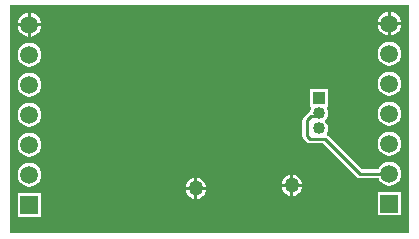
<source format=gbl>
G04*
G04 #@! TF.GenerationSoftware,Altium Limited,Altium Designer,18.0.12 (696)*
G04*
G04 Layer_Physical_Order=2*
G04 Layer_Color=16711680*
%FSLAX25Y25*%
%MOIN*%
G70*
G01*
G75*
%ADD10C,0.01000*%
%ADD32C,0.05906*%
%ADD33R,0.05906X0.05906*%
%ADD34R,0.04000X0.04000*%
%ADD35C,0.04000*%
%ADD36C,0.05000*%
G36*
X257000Y106000D02*
X124000Y106000D01*
Y182000D01*
X257000Y182000D01*
Y106000D01*
D02*
G37*
%LPC*%
G36*
X251000Y179815D02*
Y176394D01*
X254421D01*
X254351Y176926D01*
X253953Y177887D01*
X253319Y178713D01*
X252493Y179346D01*
X251532Y179745D01*
X251000Y179815D01*
D02*
G37*
G36*
X250000D02*
X249468Y179745D01*
X248507Y179346D01*
X247681Y178713D01*
X247047Y177887D01*
X246649Y176926D01*
X246579Y176394D01*
X250000D01*
Y179815D01*
D02*
G37*
G36*
X131000Y179421D02*
Y176000D01*
X134421D01*
X134351Y176532D01*
X133953Y177493D01*
X133319Y178319D01*
X132493Y178953D01*
X131532Y179351D01*
X131000Y179421D01*
D02*
G37*
G36*
X130000D02*
X129468Y179351D01*
X128507Y178953D01*
X127681Y178319D01*
X127047Y177493D01*
X126649Y176532D01*
X126579Y176000D01*
X130000D01*
Y179421D01*
D02*
G37*
G36*
X254421Y175394D02*
X251000D01*
Y171973D01*
X251532Y172043D01*
X252493Y172441D01*
X253319Y173075D01*
X253953Y173900D01*
X254351Y174862D01*
X254421Y175394D01*
D02*
G37*
G36*
X250000D02*
X246579D01*
X246649Y174862D01*
X247047Y173900D01*
X247681Y173075D01*
X248507Y172441D01*
X249468Y172043D01*
X250000Y171973D01*
Y175394D01*
D02*
G37*
G36*
X134421Y175000D02*
X131000D01*
Y171579D01*
X131532Y171649D01*
X132493Y172047D01*
X133319Y172681D01*
X133953Y173507D01*
X134351Y174468D01*
X134421Y175000D01*
D02*
G37*
G36*
X130000D02*
X126579D01*
X126649Y174468D01*
X127047Y173507D01*
X127681Y172681D01*
X128507Y172047D01*
X129468Y171649D01*
X130000Y171579D01*
Y175000D01*
D02*
G37*
G36*
X250500Y169881D02*
X249468Y169745D01*
X248507Y169346D01*
X247681Y168713D01*
X247047Y167887D01*
X246649Y166926D01*
X246513Y165894D01*
X246649Y164862D01*
X247047Y163900D01*
X247681Y163075D01*
X248507Y162441D01*
X249468Y162043D01*
X250500Y161907D01*
X251532Y162043D01*
X252493Y162441D01*
X253319Y163075D01*
X253953Y163900D01*
X254351Y164862D01*
X254487Y165894D01*
X254351Y166926D01*
X253953Y167887D01*
X253319Y168713D01*
X252493Y169346D01*
X251532Y169745D01*
X250500Y169881D01*
D02*
G37*
G36*
X130500Y169487D02*
X129468Y169351D01*
X128507Y168953D01*
X127681Y168319D01*
X127047Y167493D01*
X126649Y166532D01*
X126513Y165500D01*
X126649Y164468D01*
X127047Y163507D01*
X127681Y162681D01*
X128507Y162047D01*
X129468Y161649D01*
X130500Y161513D01*
X131532Y161649D01*
X132493Y162047D01*
X133319Y162681D01*
X133953Y163507D01*
X134351Y164468D01*
X134487Y165500D01*
X134351Y166532D01*
X133953Y167493D01*
X133319Y168319D01*
X132493Y168953D01*
X131532Y169351D01*
X130500Y169487D01*
D02*
G37*
G36*
X250500Y159881D02*
X249468Y159745D01*
X248507Y159346D01*
X247681Y158713D01*
X247047Y157887D01*
X246649Y156926D01*
X246513Y155894D01*
X246649Y154862D01*
X247047Y153900D01*
X247681Y153075D01*
X248507Y152441D01*
X249468Y152043D01*
X250500Y151907D01*
X251532Y152043D01*
X252493Y152441D01*
X253319Y153075D01*
X253953Y153900D01*
X254351Y154862D01*
X254487Y155894D01*
X254351Y156926D01*
X253953Y157887D01*
X253319Y158713D01*
X252493Y159346D01*
X251532Y159745D01*
X250500Y159881D01*
D02*
G37*
G36*
X130500Y159487D02*
X129468Y159351D01*
X128507Y158953D01*
X127681Y158319D01*
X127047Y157493D01*
X126649Y156532D01*
X126513Y155500D01*
X126649Y154468D01*
X127047Y153507D01*
X127681Y152681D01*
X128507Y152047D01*
X129468Y151649D01*
X130500Y151513D01*
X131532Y151649D01*
X132493Y152047D01*
X133319Y152681D01*
X133953Y153507D01*
X134351Y154468D01*
X134487Y155500D01*
X134351Y156532D01*
X133953Y157493D01*
X133319Y158319D01*
X132493Y158953D01*
X131532Y159351D01*
X130500Y159487D01*
D02*
G37*
G36*
X250500Y149881D02*
X249468Y149745D01*
X248507Y149346D01*
X247681Y148713D01*
X247047Y147887D01*
X246649Y146926D01*
X246513Y145894D01*
X246649Y144862D01*
X247047Y143900D01*
X247681Y143075D01*
X248507Y142441D01*
X249468Y142043D01*
X250500Y141907D01*
X251532Y142043D01*
X252493Y142441D01*
X253319Y143075D01*
X253953Y143900D01*
X254351Y144862D01*
X254487Y145894D01*
X254351Y146926D01*
X253953Y147887D01*
X253319Y148713D01*
X252493Y149346D01*
X251532Y149745D01*
X250500Y149881D01*
D02*
G37*
G36*
X130500Y149487D02*
X129468Y149351D01*
X128507Y148953D01*
X127681Y148319D01*
X127047Y147493D01*
X126649Y146532D01*
X126513Y145500D01*
X126649Y144468D01*
X127047Y143507D01*
X127681Y142681D01*
X128507Y142047D01*
X129468Y141649D01*
X130500Y141513D01*
X131532Y141649D01*
X132493Y142047D01*
X133319Y142681D01*
X133953Y143507D01*
X134351Y144468D01*
X134487Y145500D01*
X134351Y146532D01*
X133953Y147493D01*
X133319Y148319D01*
X132493Y148953D01*
X131532Y149351D01*
X130500Y149487D01*
D02*
G37*
G36*
X250500Y139881D02*
X249468Y139745D01*
X248507Y139346D01*
X247681Y138713D01*
X247047Y137887D01*
X246649Y136926D01*
X246513Y135894D01*
X246649Y134862D01*
X247047Y133900D01*
X247681Y133075D01*
X248507Y132441D01*
X249468Y132043D01*
X250500Y131907D01*
X251532Y132043D01*
X252493Y132441D01*
X253319Y133075D01*
X253953Y133900D01*
X254351Y134862D01*
X254487Y135894D01*
X254351Y136926D01*
X253953Y137887D01*
X253319Y138713D01*
X252493Y139346D01*
X251532Y139745D01*
X250500Y139881D01*
D02*
G37*
G36*
X130500Y139487D02*
X129468Y139351D01*
X128507Y138953D01*
X127681Y138319D01*
X127047Y137493D01*
X126649Y136532D01*
X126513Y135500D01*
X126649Y134468D01*
X127047Y133507D01*
X127681Y132681D01*
X128507Y132047D01*
X129468Y131649D01*
X130500Y131513D01*
X131532Y131649D01*
X132493Y132047D01*
X133319Y132681D01*
X133953Y133507D01*
X134351Y134468D01*
X134487Y135500D01*
X134351Y136532D01*
X133953Y137493D01*
X133319Y138319D01*
X132493Y138953D01*
X131532Y139351D01*
X130500Y139487D01*
D02*
G37*
G36*
X218500Y125464D02*
Y122500D01*
X221464D01*
X221410Y122914D01*
X221057Y123765D01*
X220496Y124496D01*
X219765Y125057D01*
X218914Y125410D01*
X218500Y125464D01*
D02*
G37*
G36*
X217500D02*
X217086Y125410D01*
X216235Y125057D01*
X215504Y124496D01*
X214943Y123765D01*
X214590Y122914D01*
X214536Y122500D01*
X217500D01*
Y125464D01*
D02*
G37*
G36*
X230000Y154000D02*
X224000D01*
Y148000D01*
X224188D01*
X224409Y147552D01*
X224379Y147513D01*
X224077Y146783D01*
X224035Y146461D01*
X223793Y146413D01*
X223297Y146081D01*
X221919Y144703D01*
X221587Y144207D01*
X221471Y143621D01*
Y138379D01*
X221587Y137793D01*
X221919Y137297D01*
X222797Y136419D01*
X223293Y136087D01*
X223879Y135971D01*
X228366D01*
X239525Y124812D01*
X240021Y124481D01*
X240606Y124364D01*
X246855D01*
X247047Y123900D01*
X247681Y123075D01*
X248507Y122441D01*
X249468Y122043D01*
X250500Y121907D01*
X251532Y122043D01*
X252493Y122441D01*
X253319Y123075D01*
X253953Y123900D01*
X254351Y124862D01*
X254487Y125894D01*
X254351Y126926D01*
X253953Y127887D01*
X253319Y128713D01*
X252493Y129346D01*
X251532Y129745D01*
X250500Y129881D01*
X249468Y129745D01*
X248507Y129346D01*
X247681Y128713D01*
X247047Y127887D01*
X246855Y127423D01*
X241240D01*
X230081Y138581D01*
X229734Y138814D01*
X229547Y139392D01*
X229621Y139487D01*
X229923Y140217D01*
X230026Y141000D01*
X229923Y141783D01*
X229621Y142513D01*
X229140Y143140D01*
X228996Y143250D01*
Y143750D01*
X229140Y143860D01*
X229621Y144487D01*
X229923Y145217D01*
X230026Y146000D01*
X229923Y146783D01*
X229621Y147513D01*
X229591Y147552D01*
X229812Y148000D01*
X230000D01*
Y154000D01*
D02*
G37*
G36*
X130500Y129487D02*
X129468Y129351D01*
X128507Y128953D01*
X127681Y128319D01*
X127047Y127493D01*
X126649Y126532D01*
X126513Y125500D01*
X126649Y124468D01*
X127047Y123507D01*
X127681Y122681D01*
X128507Y122047D01*
X129468Y121649D01*
X130500Y121513D01*
X131532Y121649D01*
X132493Y122047D01*
X133319Y122681D01*
X133953Y123507D01*
X134351Y124468D01*
X134487Y125500D01*
X134351Y126532D01*
X133953Y127493D01*
X133319Y128319D01*
X132493Y128953D01*
X131532Y129351D01*
X130500Y129487D01*
D02*
G37*
G36*
X186500Y124464D02*
Y121500D01*
X189464D01*
X189410Y121914D01*
X189057Y122765D01*
X188496Y123496D01*
X187765Y124057D01*
X186914Y124410D01*
X186500Y124464D01*
D02*
G37*
G36*
X185500D02*
X185086Y124410D01*
X184235Y124057D01*
X183504Y123496D01*
X182943Y122765D01*
X182590Y121914D01*
X182536Y121500D01*
X185500D01*
Y124464D01*
D02*
G37*
G36*
X221464Y121500D02*
X218500D01*
Y118536D01*
X218914Y118590D01*
X219765Y118943D01*
X220496Y119504D01*
X221057Y120235D01*
X221410Y121086D01*
X221464Y121500D01*
D02*
G37*
G36*
X217500D02*
X214536D01*
X214590Y121086D01*
X214943Y120235D01*
X215504Y119504D01*
X216235Y118943D01*
X217086Y118590D01*
X217500Y118536D01*
Y121500D01*
D02*
G37*
G36*
X189464Y120500D02*
X186500D01*
Y117536D01*
X186914Y117590D01*
X187765Y117943D01*
X188496Y118504D01*
X189057Y119235D01*
X189410Y120086D01*
X189464Y120500D01*
D02*
G37*
G36*
X185500D02*
X182536D01*
X182590Y120086D01*
X182943Y119235D01*
X183504Y118504D01*
X184235Y117943D01*
X185086Y117590D01*
X185500Y117536D01*
Y120500D01*
D02*
G37*
G36*
X254453Y119846D02*
X246547D01*
Y111941D01*
X254453D01*
Y119846D01*
D02*
G37*
G36*
X134453Y119453D02*
X126547D01*
Y111547D01*
X134453D01*
Y119453D01*
D02*
G37*
%LPD*%
D10*
X224379Y145000D02*
X226500D01*
Y146000D01*
X223000Y143621D02*
X224379Y145000D01*
X240606Y125894D02*
X250500D01*
X229000Y137500D02*
X240606Y125894D01*
X223879Y137500D02*
X229000D01*
X223000Y138379D02*
X223879Y137500D01*
X223000Y138379D02*
Y143621D01*
D32*
X130500Y175500D02*
D03*
Y165500D02*
D03*
Y155500D02*
D03*
Y145500D02*
D03*
Y125500D02*
D03*
Y135500D02*
D03*
X250500Y175894D02*
D03*
Y165894D02*
D03*
Y155894D02*
D03*
Y145894D02*
D03*
Y125894D02*
D03*
Y135894D02*
D03*
D33*
X130500Y115500D02*
D03*
X250500Y115894D02*
D03*
D34*
X227000Y151000D02*
D03*
D35*
Y146000D02*
D03*
Y141000D02*
D03*
D36*
X186000Y121000D02*
D03*
X218000Y122000D02*
D03*
M02*

</source>
